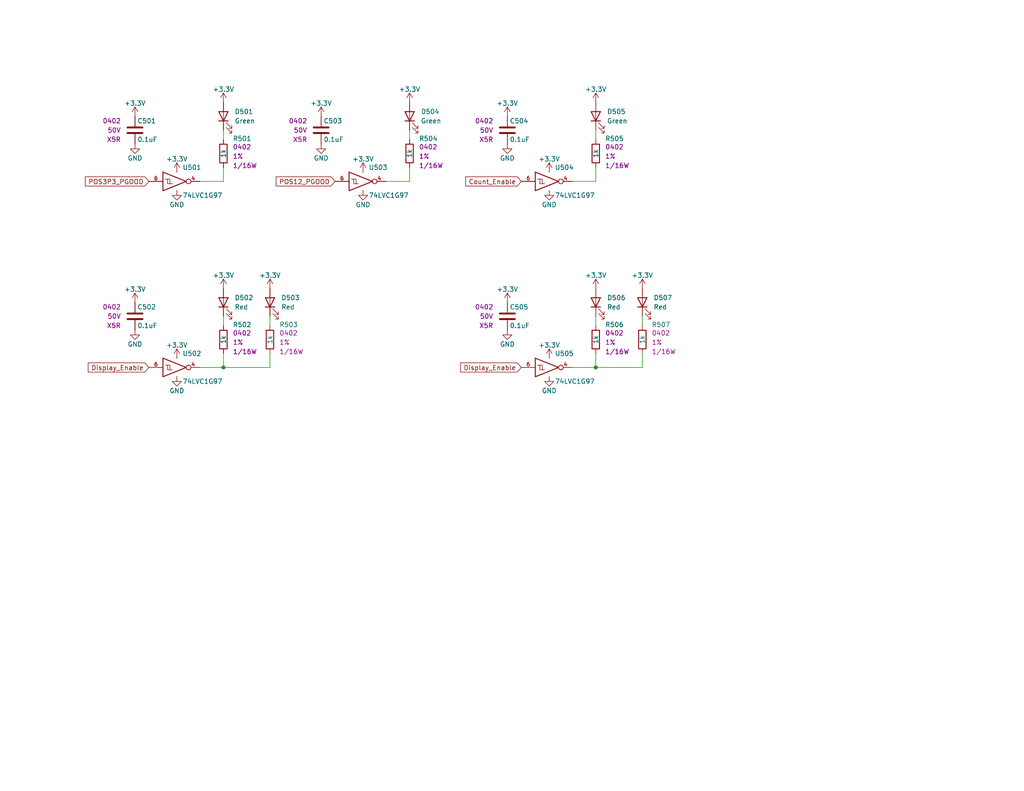
<source format=kicad_sch>
(kicad_sch (version 20231120) (generator "eeschema") (generator_version "8.0")
  (paper "A")
  (title_block (title "Stopwatch") (date "2024-01-11") (rev "A") (company "Drew Maatman"))
  (lib_symbols
    (symbol "Custom Library:74LVC1G97_Power_NOT" (pin_names (offset 1.016) hide)
      (property "Reference" "U" (at 1.524 3.81 0))
      (property "Value" "74LVC1G97_Power_NOT" (at 1.524 -3.81 0))
      (symbol "74LVC1G97_Power_NOT_1_1"
        (polyline (pts (xy -2.54 0.635) (xy -1.905 0.635) (xy -1.905 -0.635)))
        (polyline (pts (xy -3.81 2.54) (xy -3.81 -2.54) (xy 2.54 0) (xy -3.81 2.54)) (stroke (width 0.254)))
        (polyline (pts (xy -3.175 0.635) (xy -2.54 0.635) (xy -2.54 -0.635) (xy -1.27 -0.635)))
        (pin power_in line (at 0 2.54 90) (length 0) (name "VCC") (number "1"))
        (pin power_in line (at 0 -2.54 270) (length 0) (name "GND") (number "2"))
        (pin power_in line (at 0 -2.54 270) (length 0) (name "GND") (number "3"))
        (pin output inverted (at 6.35 0 180) (length 3.81) (name "~") (number "4"))
        (pin power_in line (at 0 2.54 90) (length 0) (name "VCC") (number "5"))
        (pin input line (at -7.62 0 0) (length 3.81) (name "~") (number "6"))
      )
    )
    (symbol "Custom_Library:C_Custom" (pin_numbers hide) (pin_names (offset 0.254))
      (property "Reference" "C" (at 0.635 2.54 0))
      (property "Value" "C_Custom" (at 0.635 -2.54 0))
      (property "display_footprint" "Foot" (at -3.81 2.54 0))
      (property "Voltage" "V" (at -3.81 0 0))
      (property "Dielectric" "Er" (at -3.81 -2.54 0))
      (symbol "C_Custom_0_1"
        (polyline (pts (xy -2.032 -0.762) (xy 2.032 -0.762)) (stroke (width 0.508)))
        (polyline (pts (xy -2.032 0.762) (xy 2.032 0.762)) (stroke (width 0.508)))
      )
      (symbol "C_Custom_1_1"
        (pin passive line (at 0 3.81 270) (length 2.794) (name "~") (number "1"))
        (pin passive line (at 0 -3.81 90) (length 2.794) (name "~") (number "2"))
      )
    )
    (symbol "Custom_Library:R_Custom" (pin_numbers hide) (pin_names (offset 1.016) hide)
      (property "Reference" "R" (at -2.54 0 90))
      (property "Value" "R_Custom" (at 0 0 90))
      (property "display_footprint" "Foot" (at 2.54 0 90))
      (property "Tolerance" "Tol" (at 5.08 0 90))
      (property "Wattage" "W" (at 7.62 0 90))
      (symbol "R_Custom_0_1"
        (rectangle (start 1.016 2.54) (end -1.016 -2.54) (stroke (width 0.254)))
      )
      (symbol "R_Custom_1_1"
        (pin passive line (at 0 3.81 270) (length 1.27) (name "1") (number "1"))
        (pin passive line (at 0 -3.81 90) (length 1.27) (name "2") (number "2"))
      )
    )
    (symbol "Device:LED" (pin_numbers hide) (pin_names (offset 1.016) hide)
      (property "Reference" "D" (at 0 2.54 0))
      (property "Value" "LED" (at 0 -2.54 0))
      (symbol "LED_0_1"
        (polyline (pts (xy -1.27 -1.27) (xy -1.27 1.27)) (stroke (width 0.254)))
        (polyline (pts (xy -1.27 0) (xy 1.27 0)))
        (polyline (pts (xy 1.27 -1.27) (xy 1.27 1.27) (xy -1.27 0) (xy 1.27 -1.27)) (stroke (width 0.254)))
        (polyline (pts (xy -3.048 -0.762) (xy -4.572 -2.286) (xy -3.81 -2.286) (xy -4.572 -2.286) (xy -4.572 -1.524)))
        (polyline (pts (xy -1.778 -0.762) (xy -3.302 -2.286) (xy -2.54 -2.286) (xy -3.302 -2.286) (xy -3.302 -1.524)))
      )
      (symbol "LED_1_1"
        (pin passive line (at -3.81 0 0) (length 2.54) (name "K") (number "1"))
        (pin passive line (at 3.81 0 180) (length 2.54) (name "A") (number "2"))
      )
    )
    (symbol "power:+3.3V" (power) (pin_names (offset 0))
      (property "Value" "+3.3V" (at 0 3.556 0))
      (symbol "+3.3V_0_1"
        (polyline (pts (xy -0.762 1.27) (xy 0 2.54)))
        (polyline (pts (xy 0 0) (xy 0 2.54)))
        (polyline (pts (xy 0 2.54) (xy 0.762 1.27)))
      )
      (symbol "+3.3V_1_1"
        (pin power_in line (at 0 0 90) (length 0) hide (name "+3.3V") (number "1"))
      )
    )
    (symbol "power:GND" (power) (pin_names (offset 0))
      (property "Value" "GND" (at 0 -3.81 0))
      (symbol "GND_0_1"
        (polyline (pts (xy 0 0) (xy 0 -1.27) (xy 1.27 -1.27) (xy 0 -2.54) (xy -1.27 -1.27) (xy 0 -1.27)))
      )
      (symbol "GND_1_1"
        (pin power_in line (at 0 0 270) (length 0) hide (name "GND") (number "1"))
      )
    )
  )
  (junction (at 60.96 100.33))
  (junction (at 162.56 100.33))
  (wire (pts (xy 162.56 49.53) (xy 156.21 49.53)))
  (wire (pts (xy 156.21 100.33) (xy 162.56 100.33)))
  (wire (pts (xy 73.66 96.52) (xy 73.66 100.33)))
  (wire (pts (xy 60.96 49.53) (xy 54.61 49.53)))
  (wire (pts (xy 60.96 35.56) (xy 60.96 38.1)))
  (wire (pts (xy 73.66 100.33) (xy 60.96 100.33)))
  (wire (pts (xy 162.56 35.56) (xy 162.56 38.1)))
  (wire (pts (xy 175.26 86.36) (xy 175.26 88.9)))
  (wire (pts (xy 175.26 96.52) (xy 175.26 100.33)))
  (wire (pts (xy 73.66 86.36) (xy 73.66 88.9)))
  (wire (pts (xy 60.96 86.36) (xy 60.96 88.9)))
  (wire (pts (xy 111.76 45.72) (xy 111.76 49.53)))
  (wire (pts (xy 162.56 45.72) (xy 162.56 49.53)))
  (wire (pts (xy 162.56 86.36) (xy 162.56 88.9)))
  (wire (pts (xy 111.76 35.56) (xy 111.76 38.1)))
  (wire (pts (xy 60.96 45.72) (xy 60.96 49.53)))
  (wire (pts (xy 162.56 100.33) (xy 162.56 96.52)))
  (wire (pts (xy 60.96 100.33) (xy 60.96 96.52)))
  (wire (pts (xy 111.76 49.53) (xy 105.41 49.53)))
  (wire (pts (xy 175.26 100.33) (xy 162.56 100.33)))
  (wire (pts (xy 54.61 100.33) (xy 60.96 100.33)))
  (global_label "Count_Enable" (shape input) (at 142.24 49.53 180) (property "Intersheetrefs" "${INTERSHEET_REFS}" (effects (hide yes))))
  (global_label "Display_Enable" (shape input) (at 40.64 100.33 180) (property "Intersheetrefs" "${INTERSHEET_REFS}" (effects (hide yes))))
  (global_label "POS12_PGOOD" (shape input) (at 91.44 49.53 180) (property "Intersheetrefs" "${INTERSHEET_REFS}" (effects (hide yes))))
  (global_label "POS3P3_PGOOD" (shape input) (at 40.64 49.53 180) (property "Intersheetrefs" "${INTERSHEET_REFS}" (effects (hide yes))))
  (global_label "Display_Enable" (shape input) (at 142.24 100.33 180) (property "Intersheetrefs" "${INTERSHEET_REFS}" (effects (hide yes))))
  (symbol (lib_id "power:GND") (at 99.06 52.07 0) (unit 1)
    (property "Reference" "#PWR0515" (effects (hide yes)))
    (property "Value" "GND" (at 99.06 55.88 0))
  )
  (symbol (lib_id "power:+3.3V") (at 99.06 46.99 0) (unit 1)
    (property "Reference" "#PWR0514" (effects (hide yes)))
    (property "Value" "+3.3V" (at 99.06 43.434 0))
  )
  (symbol (lib_id "Custom_Library:R_Custom") (at 111.76 41.91 0) (unit 1)
    (property "Reference" "R504" (at 114.3 37.846 0) (effects (justify left)))
    (property "Value" "1k" (at 111.76 41.91 90))
    (property "Footprint" "Resistors_SMD:R_0402" (effects (hide yes)))
    (property "display_footprint" "0402" (at 114.3 40.132 0) (effects (justify left)))
    (property "Tolerance" "1%" (at 114.3 42.672 0) (effects (justify left)))
    (property "Wattage" "1/16W" (at 114.3 45.212 0) (effects (justify left)))
    (property "Digi-Key PN" "RMCF0402FT1K00CT-ND" (effects (hide yes)))
  )
  (symbol (lib_id "Device:LED") (at 111.76 31.75 90) (unit 1)
    (property "Reference" "D504" (at 114.808 30.48 90) (effects (justify right)))
    (property "Value" "Green" (at 114.808 33.02 90) (effects (justify right)))
    (property "Footprint" "LEDs:LED_0402" (effects (hide yes)))
    (property "Digi-Key PN" "754-1101-1-ND" (effects (hide yes)))
  )
  (symbol (lib_id "power:+3.3V") (at 111.76 27.94 0) (unit 1)
    (property "Reference" "#PWR0516" (effects (hide yes)))
    (property "Value" "+3.3V" (at 111.76 24.384 0))
  )
  (symbol (lib_id "Custom_Library:C_Custom") (at 87.63 35.56 0) (unit 1)
    (property "Reference" "C503" (at 88.265 33.02 0) (effects (justify left)))
    (property "Value" "0.1uF" (at 88.265 38.1 0) (effects (justify left)))
    (property "Footprint" "Capacitors_SMD:C_0402" (effects (hide yes)))
    (property "display_footprint" "0402" (at 83.82 33.02 0) (effects (justify right)))
    (property "Voltage" "50V" (at 83.82 35.56 0) (effects (justify right)))
    (property "Dielectric" "X5R" (at 83.82 38.1 0) (effects (justify right)))
    (property "Digi-Key PN" "490-10697-1-ND" (effects (hide yes)))
  )
  (symbol (lib_id "power:GND") (at 87.63 39.37 0) (unit 1)
    (property "Reference" "#PWR0513" (effects (hide yes)))
    (property "Value" "GND" (at 87.63 43.18 0))
  )
  (symbol (lib_id "power:+3.3V") (at 87.63 31.75 0) (unit 1)
    (property "Reference" "#PWR0512" (effects (hide yes)))
    (property "Value" "+3.3V" (at 87.63 28.194 0))
  )
  (symbol (lib_id "power:GND") (at 48.26 52.07 0) (unit 1)
    (property "Reference" "#PWR0506" (effects (hide yes)))
    (property "Value" "GND" (at 48.26 55.88 0))
  )
  (symbol (lib_id "power:+3.3V") (at 48.26 46.99 0) (unit 1)
    (property "Reference" "#PWR0505" (effects (hide yes)))
    (property "Value" "+3.3V" (at 48.26 43.434 0))
  )
  (symbol (lib_id "Custom_Library:R_Custom") (at 60.96 41.91 0) (unit 1)
    (property "Reference" "R501" (at 63.5 37.846 0) (effects (justify left)))
    (property "Value" "1k" (at 60.96 41.91 90))
    (property "Footprint" "Resistors_SMD:R_0402" (effects (hide yes)))
    (property "display_footprint" "0402" (at 63.5 40.132 0) (effects (justify left)))
    (property "Tolerance" "1%" (at 63.5 42.672 0) (effects (justify left)))
    (property "Wattage" "1/16W" (at 63.5 45.212 0) (effects (justify left)))
    (property "Digi-Key PN" "RMCF0402FT1K00CT-ND" (effects (hide yes)))
  )
  (symbol (lib_id "Device:LED") (at 60.96 31.75 90) (unit 1)
    (property "Reference" "D501" (at 64.008 30.48 90) (effects (justify right)))
    (property "Value" "Green" (at 64.008 33.02 90) (effects (justify right)))
    (property "Footprint" "LEDs:LED_0402" (effects (hide yes)))
    (property "Digi-Key PN" "754-1101-1-ND" (effects (hide yes)))
  )
  (symbol (lib_id "power:+3.3V") (at 60.96 27.94 0) (unit 1)
    (property "Reference" "#PWR0509" (effects (hide yes)))
    (property "Value" "+3.3V" (at 60.96 24.384 0))
  )
  (symbol (lib_id "Custom_Library:C_Custom") (at 36.83 35.56 0) (unit 1)
    (property "Reference" "C501" (at 37.465 33.02 0) (effects (justify left)))
    (property "Value" "0.1uF" (at 37.465 38.1 0) (effects (justify left)))
    (property "Footprint" "Capacitors_SMD:C_0402" (effects (hide yes)))
    (property "display_footprint" "0402" (at 33.02 33.02 0) (effects (justify right)))
    (property "Voltage" "50V" (at 33.02 35.56 0) (effects (justify right)))
    (property "Dielectric" "X5R" (at 33.02 38.1 0) (effects (justify right)))
    (property "Digi-Key PN" "490-10697-1-ND" (effects (hide yes)))
  )
  (symbol (lib_id "power:GND") (at 36.83 39.37 0) (unit 1)
    (property "Reference" "#PWR0502" (effects (hide yes)))
    (property "Value" "GND" (at 36.83 43.18 0))
  )
  (symbol (lib_id "power:+3.3V") (at 36.83 31.75 0) (unit 1)
    (property "Reference" "#PWR0501" (effects (hide yes)))
    (property "Value" "+3.3V" (at 36.83 28.194 0))
  )
  (symbol (lib_id "Custom_Library:R_Custom") (at 162.56 41.91 0) (unit 1)
    (property "Reference" "R505" (at 165.1 37.846 0) (effects (justify left)))
    (property "Value" "1k" (at 162.56 41.91 90))
    (property "Footprint" "Resistors_SMD:R_0402" (effects (hide yes)))
    (property "display_footprint" "0402" (at 165.1 40.132 0) (effects (justify left)))
    (property "Tolerance" "1%" (at 165.1 42.672 0) (effects (justify left)))
    (property "Wattage" "1/16W" (at 165.1 45.212 0) (effects (justify left)))
    (property "Digi-Key PN" "RMCF0402FT1K00CT-ND" (effects (hide yes)))
  )
  (symbol (lib_id "power:+3.3V") (at 138.43 82.55 0) (unit 1)
    (property "Reference" "#PWR0519" (effects (hide yes)))
    (property "Value" "+3.3V" (at 138.43 78.994 0))
  )
  (symbol (lib_id "Device:LED") (at 73.66 82.55 90) (unit 1)
    (property "Reference" "D503" (at 76.708 81.28 90) (effects (justify right)))
    (property "Value" "Red" (at 76.708 83.82 90) (effects (justify right)))
    (property "Footprint" "LEDs:LED_0402" (effects (hide yes)))
    (property "Digi-Key PN" "754-1104-1-ND" (effects (hide yes)))
  )
  (symbol (lib_id "Device:LED") (at 175.26 82.55 90) (unit 1)
    (property "Reference" "D507" (at 178.308 81.28 90) (effects (justify right)))
    (property "Value" "Red" (at 178.308 83.82 90) (effects (justify right)))
    (property "Footprint" "LEDs:LED_0402" (effects (hide yes)))
    (property "Digi-Key PN" "754-1104-1-ND" (effects (hide yes)))
  )
  (symbol (lib_id "power:GND") (at 48.26 102.87 0) (unit 1)
    (property "Reference" "#PWR0508" (effects (hide yes)))
    (property "Value" "GND" (at 48.26 106.68 0))
  )
  (symbol (lib_id "Device:LED") (at 60.96 82.55 90) (unit 1)
    (property "Reference" "D502" (at 64.008 81.28 90) (effects (justify right)))
    (property "Value" "Red" (at 64.008 83.82 90) (effects (justify right)))
    (property "Footprint" "LEDs:LED_0402" (effects (hide yes)))
    (property "Digi-Key PN" "754-1104-1-ND" (effects (hide yes)))
  )
  (symbol (lib_id "Custom Library:74LVC1G97_Power_NOT") (at 149.86 100.33 0) (unit 1)
    (property "Reference" "U505" (at 151.384 96.52 0) (effects (justify left)))
    (property "Value" "74LVC1G97" (at 151.384 104.14 0) (effects (justify left)))
    (property "Footprint" "Package_TO_SOT_SMD:SOT-363_SC-70-6" (effects (hide yes)))
    (property "Datasheet" "http://www.ti.com/lit/ds/symlink/sn74lvc1g97.pdf" (effects (hide yes)))
    (property "Digi-Key PN" "296-15582-1-ND" (effects (hide yes)))
  )
  (symbol (lib_id "power:+3.3V") (at 162.56 27.94 0) (unit 1)
    (property "Reference" "#PWR0525" (effects (hide yes)))
    (property "Value" "+3.3V" (at 162.56 24.384 0))
  )
  (symbol (lib_id "power:GND") (at 138.43 90.17 0) (unit 1)
    (property "Reference" "#PWR0520" (effects (hide yes)))
    (property "Value" "GND" (at 138.43 93.98 0))
  )
  (symbol (lib_id "power:GND") (at 36.83 90.17 0) (unit 1)
    (property "Reference" "#PWR0504" (effects (hide yes)))
    (property "Value" "GND" (at 36.83 93.98 0))
  )
  (symbol (lib_id "Custom Library:74LVC1G97_Power_NOT") (at 48.26 100.33 0) (unit 1)
    (property "Reference" "U502" (at 49.784 96.52 0) (effects (justify left)))
    (property "Value" "74LVC1G97" (at 49.784 104.14 0) (effects (justify left)))
    (property "Footprint" "Package_TO_SOT_SMD:SOT-363_SC-70-6" (effects (hide yes)))
    (property "Datasheet" "http://www.ti.com/lit/ds/symlink/sn74lvc1g97.pdf" (effects (hide yes)))
    (property "Digi-Key PN" "296-15582-1-ND" (effects (hide yes)))
  )
  (symbol (lib_id "Custom Library:74LVC1G97_Power_NOT") (at 48.26 49.53 0) (unit 1)
    (property "Reference" "U501" (at 49.784 45.72 0) (effects (justify left)))
    (property "Value" "74LVC1G97" (at 49.784 53.34 0) (effects (justify left)))
    (property "Footprint" "Package_TO_SOT_SMD:SOT-363_SC-70-6" (effects (hide yes)))
    (property "Datasheet" "http://www.ti.com/lit/ds/symlink/sn74lvc1g97.pdf" (effects (hide yes)))
    (property "Digi-Key PN" "296-15582-1-ND" (effects (hide yes)))
  )
  (symbol (lib_id "power:+3.3V") (at 149.86 46.99 0) (unit 1)
    (property "Reference" "#PWR0521" (effects (hide yes)))
    (property "Value" "+3.3V" (at 149.86 43.434 0))
  )
  (symbol (lib_id "power:+3.3V") (at 60.96 78.74 0) (unit 1)
    (property "Reference" "#PWR0510" (effects (hide yes)))
    (property "Value" "+3.3V" (at 60.96 75.184 0))
  )
  (symbol (lib_id "power:+3.3V") (at 162.56 78.74 0) (unit 1)
    (property "Reference" "#PWR0526" (effects (hide yes)))
    (property "Value" "+3.3V" (at 162.56 75.184 0))
  )
  (symbol (lib_id "Custom_Library:C_Custom") (at 138.43 35.56 0) (unit 1)
    (property "Reference" "C504" (at 139.065 33.02 0) (effects (justify left)))
    (property "Value" "0.1uF" (at 139.065 38.1 0) (effects (justify left)))
    (property "Footprint" "Capacitors_SMD:C_0402" (effects (hide yes)))
    (property "display_footprint" "0402" (at 134.62 33.02 0) (effects (justify right)))
    (property "Voltage" "50V" (at 134.62 35.56 0) (effects (justify right)))
    (property "Dielectric" "X5R" (at 134.62 38.1 0) (effects (justify right)))
    (property "Digi-Key PN" "490-10697-1-ND" (effects (hide yes)))
  )
  (symbol (lib_id "Custom Library:74LVC1G97_Power_NOT") (at 149.86 49.53 0) (unit 1)
    (property "Reference" "U504" (at 151.384 45.72 0) (effects (justify left)))
    (property "Value" "74LVC1G97" (at 151.384 53.34 0) (effects (justify left)))
    (property "Footprint" "Package_TO_SOT_SMD:SOT-363_SC-70-6" (effects (hide yes)))
    (property "Datasheet" "http://www.ti.com/lit/ds/symlink/sn74lvc1g97.pdf" (effects (hide yes)))
    (property "Digi-Key PN" "296-15582-1-ND" (effects (hide yes)))
  )
  (symbol (lib_id "Custom_Library:R_Custom") (at 60.96 92.71 0) (unit 1)
    (property "Reference" "R502" (at 63.5 88.646 0) (effects (justify left)))
    (property "Value" "1k" (at 60.96 92.71 90))
    (property "Footprint" "Resistors_SMD:R_0402" (effects (hide yes)))
    (property "display_footprint" "0402" (at 63.5 90.932 0) (effects (justify left)))
    (property "Tolerance" "1%" (at 63.5 93.472 0) (effects (justify left)))
    (property "Wattage" "1/16W" (at 63.5 96.012 0) (effects (justify left)))
    (property "Digi-Key PN" "RMCF0402FT1K00CT-ND" (effects (hide yes)))
  )
  (symbol (lib_id "Custom Library:74LVC1G97_Power_NOT") (at 99.06 49.53 0) (unit 1)
    (property "Reference" "U503" (at 100.584 45.72 0) (effects (justify left)))
    (property "Value" "74LVC1G97" (at 100.584 53.34 0) (effects (justify left)))
    (property "Footprint" "Package_TO_SOT_SMD:SOT-363_SC-70-6" (effects (hide yes)))
    (property "Datasheet" "http://www.ti.com/lit/ds/symlink/sn74lvc1g97.pdf" (effects (hide yes)))
    (property "Digi-Key PN" "296-15582-1-ND" (effects (hide yes)))
  )
  (symbol (lib_id "Custom_Library:R_Custom") (at 175.26 92.71 0) (unit 1)
    (property "Reference" "R507" (at 177.8 88.646 0) (effects (justify left)))
    (property "Value" "1k" (at 175.26 92.71 90))
    (property "Footprint" "Resistors_SMD:R_0402" (effects (hide yes)))
    (property "display_footprint" "0402" (at 177.8 90.932 0) (effects (justify left)))
    (property "Tolerance" "1%" (at 177.8 93.472 0) (effects (justify left)))
    (property "Wattage" "1/16W" (at 177.8 96.012 0) (effects (justify left)))
    (property "Digi-Key PN" "RMCF0402FT1K00CT-ND" (effects (hide yes)))
  )
  (symbol (lib_id "Custom_Library:R_Custom") (at 162.56 92.71 0) (unit 1)
    (property "Reference" "R506" (at 165.1 88.646 0) (effects (justify left)))
    (property "Value" "1k" (at 162.56 92.71 90))
    (property "Footprint" "Resistors_SMD:R_0402" (effects (hide yes)))
    (property "display_footprint" "0402" (at 165.1 90.932 0) (effects (justify left)))
    (property "Tolerance" "1%" (at 165.1 93.472 0) (effects (justify left)))
    (property "Wattage" "1/16W" (at 165.1 96.012 0) (effects (justify left)))
    (property "Digi-Key PN" "RMCF0402FT1K00CT-ND" (effects (hide yes)))
  )
  (symbol (lib_id "power:GND") (at 149.86 102.87 0) (unit 1)
    (property "Reference" "#PWR0524" (effects (hide yes)))
    (property "Value" "GND" (at 149.86 106.68 0))
  )
  (symbol (lib_id "Custom_Library:R_Custom") (at 73.66 92.71 0) (unit 1)
    (property "Reference" "R503" (at 76.2 88.646 0) (effects (justify left)))
    (property "Value" "1k" (at 73.66 92.71 90))
    (property "Footprint" "Resistors_SMD:R_0402" (effects (hide yes)))
    (property "display_footprint" "0402" (at 76.2 90.932 0) (effects (justify left)))
    (property "Tolerance" "1%" (at 76.2 93.472 0) (effects (justify left)))
    (property "Wattage" "1/16W" (at 76.2 96.012 0) (effects (justify left)))
    (property "Digi-Key PN" "RMCF0402FT1K00CT-ND" (effects (hide yes)))
  )
  (symbol (lib_id "Device:LED") (at 162.56 82.55 90) (unit 1)
    (property "Reference" "D506" (at 165.608 81.28 90) (effects (justify right)))
    (property "Value" "Red" (at 165.608 83.82 90) (effects (justify right)))
    (property "Footprint" "LEDs:LED_0402" (effects (hide yes)))
    (property "Digi-Key PN" "754-1104-1-ND" (effects (hide yes)))
  )
  (symbol (lib_id "power:+3.3V") (at 48.26 97.79 0) (unit 1)
    (property "Reference" "#PWR0507" (effects (hide yes)))
    (property "Value" "+3.3V" (at 48.26 94.234 0))
  )
  (symbol (lib_id "power:GND") (at 138.43 39.37 0) (unit 1)
    (property "Reference" "#PWR0518" (effects (hide yes)))
    (property "Value" "GND" (at 138.43 43.18 0))
  )
  (symbol (lib_id "power:GND") (at 149.86 52.07 0) (unit 1)
    (property "Reference" "#PWR0522" (effects (hide yes)))
    (property "Value" "GND" (at 149.86 55.88 0))
  )
  (symbol (lib_id "power:+3.3V") (at 36.83 82.55 0) (unit 1)
    (property "Reference" "#PWR0503" (effects (hide yes)))
    (property "Value" "+3.3V" (at 36.83 78.994 0))
  )
  (symbol (lib_id "Custom_Library:C_Custom") (at 36.83 86.36 0) (unit 1)
    (property "Reference" "C502" (at 37.465 83.82 0) (effects (justify left)))
    (property "Value" "0.1uF" (at 37.465 88.9 0) (effects (justify left)))
    (property "Footprint" "Capacitors_SMD:C_0402" (effects (hide yes)))
    (property "display_footprint" "0402" (at 33.02 83.82 0) (effects (justify right)))
    (property "Voltage" "50V" (at 33.02 86.36 0) (effects (justify right)))
    (property "Dielectric" "X5R" (at 33.02 88.9 0) (effects (justify right)))
    (property "Digi-Key PN" "490-10697-1-ND" (effects (hide yes)))
  )
  (symbol (lib_id "Custom_Library:C_Custom") (at 138.43 86.36 0) (unit 1)
    (property "Reference" "C505" (at 139.065 83.82 0) (effects (justify left)))
    (property "Value" "0.1uF" (at 139.065 88.9 0) (effects (justify left)))
    (property "Footprint" "Capacitors_SMD:C_0402" (effects (hide yes)))
    (property "display_footprint" "0402" (at 134.62 83.82 0) (effects (justify right)))
    (property "Voltage" "50V" (at 134.62 86.36 0) (effects (justify right)))
    (property "Dielectric" "X5R" (at 134.62 88.9 0) (effects (justify right)))
    (property "Digi-Key PN" "490-10697-1-ND" (effects (hide yes)))
  )
  (symbol (lib_id "power:+3.3V") (at 138.43 31.75 0) (unit 1)
    (property "Reference" "#PWR0517" (effects (hide yes)))
    (property "Value" "+3.3V" (at 138.43 28.194 0))
  )
  (symbol (lib_id "Device:LED") (at 162.56 31.75 90) (unit 1)
    (property "Reference" "D505" (at 165.608 30.48 90) (effects (justify right)))
    (property "Value" "Green" (at 165.608 33.02 90) (effects (justify right)))
    (property "Footprint" "LEDs:LED_0402" (effects (hide yes)))
    (property "Digi-Key PN" "754-1101-1-ND" (effects (hide yes)))
  )
  (symbol (lib_id "power:+3.3V") (at 73.66 78.74 0) (unit 1)
    (property "Reference" "#PWR0511" (effects (hide yes)))
    (property "Value" "+3.3V" (at 73.66 75.184 0))
  )
  (symbol (lib_id "power:+3.3V") (at 149.86 97.79 0) (unit 1)
    (property "Reference" "#PWR0523" (effects (hide yes)))
    (property "Value" "+3.3V" (at 149.86 94.234 0))
  )
  (symbol (lib_id "power:+3.3V") (at 175.26 78.74 0) (unit 1)
    (property "Reference" "#PWR0527" (effects (hide yes)))
    (property "Value" "+3.3V" (at 175.26 75.184 0))
  )
)
</source>
